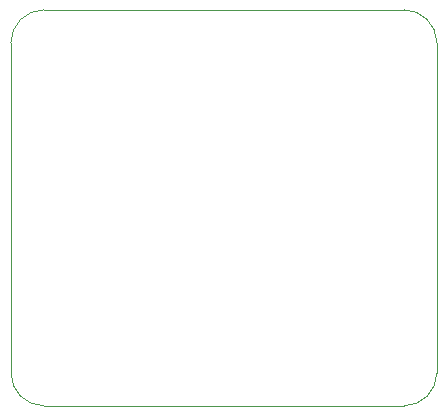
<source format=gm1>
%TF.GenerationSoftware,KiCad,Pcbnew,(5.1.9)-1*%
%TF.CreationDate,2021-12-11T15:05:51-08:00*%
%TF.ProjectId,VN-100Breakout,564e2d31-3030-4427-9265-616b6f75742e,rev?*%
%TF.SameCoordinates,Original*%
%TF.FileFunction,Profile,NP*%
%FSLAX46Y46*%
G04 Gerber Fmt 4.6, Leading zero omitted, Abs format (unit mm)*
G04 Created by KiCad (PCBNEW (5.1.9)-1) date 2021-12-11 15:05:51*
%MOMM*%
%LPD*%
G01*
G04 APERTURE LIST*
%TA.AperFunction,Profile*%
%ADD10C,0.038100*%
%TD*%
G04 APERTURE END LIST*
D10*
X138430000Y-114554000D02*
G75*
G02*
X135636000Y-111760000I0J2794000D01*
G01*
X135636000Y-83820000D02*
G75*
G02*
X138430000Y-81026000I2794000J0D01*
G01*
X168910000Y-81026000D02*
G75*
G02*
X171704000Y-83820000I0J-2794000D01*
G01*
X171704000Y-111760000D02*
G75*
G02*
X168910000Y-114554000I-2794000J0D01*
G01*
X168910000Y-81026000D02*
X138430000Y-81026000D01*
X171704000Y-111760000D02*
X171704000Y-83820000D01*
X138430000Y-114554000D02*
X168910000Y-114554000D01*
X135636000Y-83820000D02*
X135636000Y-111760000D01*
M02*

</source>
